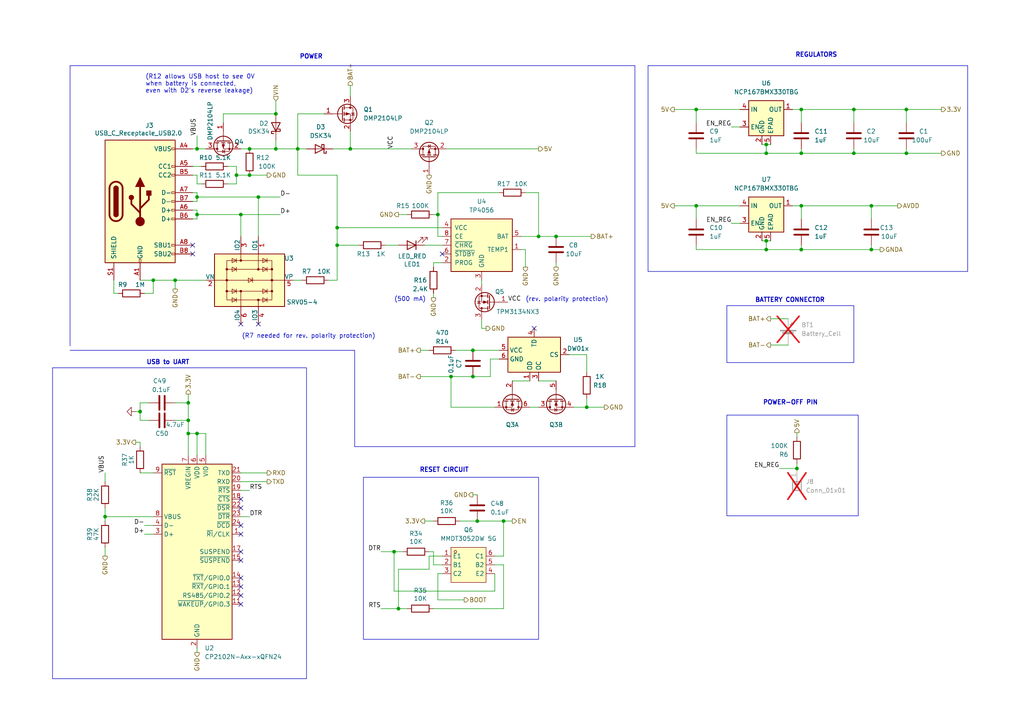
<source format=kicad_sch>
(kicad_sch (version 20250114) (generator "eeschema") (generator_version "9.0")
  (paper "A4")
  (title_block (title "Sonatino - Bluetooth Audio Edition") (date "2025-02-22") (company "Lumination Labs, Inc."))
  (lib_symbols
    (symbol "Connector:USB_C_Receptacle_USB2.0" (pin_names (offset 1.016))
      (property "Reference" "J" (at -10.16 19.05 0))
      (property "Value" "USB_C_Receptacle_USB2.0" (at 19.05 19.05 0))
      (symbol "USB_C_Receptacle_USB2.0_1_1"
        (pin passive line (at -7.62 -22.86 90) (length 5.08) (name "SHIELD") (number "S1"))
        (pin passive line (at 0 -22.86 90) (length 5.08) (name "GND") (number "A1"))
        (pin passive line (at 0 -22.86 90) (length 5.08) (hide yes) (name "GND") (number "A12"))
        (pin passive line (at 0 -22.86 90) (length 5.08) (hide yes) (name "GND") (number "B1"))
        (pin passive line (at 0 -22.86 90) (length 5.08) (hide yes) (name "GND") (number "B12"))
        (pin passive line (at 15.24 15.24 180) (length 5.08) (name "VBUS") (number "A4"))
        (pin passive line (at 15.24 15.24 180) (length 5.08) (hide yes) (name "VBUS") (number "A9"))
        (pin passive line (at 15.24 15.24 180) (length 5.08) (hide yes) (name "VBUS") (number "B4"))
        (pin passive line (at 15.24 15.24 180) (length 5.08) (hide yes) (name "VBUS") (number "B9"))
        (pin bidirectional line (at 15.24 10.16 180) (length 5.08) (name "CC1") (number "A5"))
        (pin bidirectional line (at 15.24 7.62 180) (length 5.08) (name "CC2") (number "B5"))
        (pin bidirectional line (at 15.24 2.54 180) (length 5.08) (name "D-") (number "A7"))
        (pin bidirectional line (at 15.24 0 180) (length 5.08) (name "D-") (number "B7"))
        (pin bidirectional line (at 15.24 -2.54 180) (length 5.08) (name "D+") (number "A6"))
        (pin bidirectional line (at 15.24 -5.08 180) (length 5.08) (name "D+") (number "B6"))
        (pin bidirectional line (at 15.24 -12.7 180) (length 5.08) (name "SBU1") (number "A8"))
        (pin bidirectional line (at 15.24 -15.24 180) (length 5.08) (name "SBU2") (number "B8"))
      )
    )
    (symbol "Connector_Generic:Conn_01x01" (pin_names (offset 1.016) (hide yes))
      (property "Reference" "J" (at 0 2.54 0))
      (property "Value" "Conn_01x01" (at 0 -2.54 0))
      (symbol "Conn_01x01_1_1"
        (pin passive line (at -5.08 0 0) (length 3.81) (name "Pin_1") (number "1"))
      )
    )
    (symbol "Custom:DW01x"
      (property "Reference" "U" (at 7.62 -6.35 0))
      (property "Value" "DW01x" (at 10.16 -8.89 0))
      (symbol "DW01x_1_1"
        (pin power_in line (at -10.16 1.27 0) (length 2.54) (name "VCC") (number "5"))
        (pin power_in line (at -10.16 -1.27 0) (length 2.54) (name "GND") (number "6"))
        (pin input line (at -1.27 -7.62 90) (length 2.54) (name "OD") (number "1"))
        (pin input line (at 0 7.62 270) (length 2.54) (name "TD") (number "4"))
        (pin input line (at 1.27 -7.62 90) (length 2.54) (name "OC") (number "3"))
        (pin input line (at 10.16 0 180) (length 2.54) (name "CS") (number "2"))
      )
    )
    (symbol "Custom:MMDT3052DW5G"
      (property "Reference" "Q" (at 0 7.62 0))
      (property "Value" "MMDT3052DW 5G" (at 0 -7.62 0))
      (symbol "MMDT3052DW5G_1_1"
        (pin passive line (at -7.62 2.54 0) (length 2.54) (name "E1") (number "1"))
        (pin input line (at -7.62 0 0) (length 2.54) (name "B1") (number "2"))
        (pin passive line (at -7.62 -2.54 0) (length 2.54) (name "C2") (number "3"))
        (pin passive line (at 7.62 2.54 180) (length 2.54) (name "C1") (number "6"))
        (pin input line (at 7.62 0 180) (length 2.54) (name "B2") (number "5"))
        (pin passive line (at 7.62 -2.54 180) (length 2.54) (name "E2") (number "4"))
      )
    )
    (symbol "Custom:NCP167BMX330TBG"
      (property "Reference" "U" (at 3.81 -6.35 0))
      (property "Value" "NCP167BMX330TBG" (at 0 6.35 0))
      (symbol "NCP167BMX330TBG_1_1"
        (pin power_in line (at -7.62 2.54 0) (length 2.54) (name "IN") (number "4"))
        (pin input line (at -7.62 -2.54 0) (length 2.54) (name "EN") (number "3"))
        (pin power_in line (at -1.27 -7.62 90) (length 2.54) (name "GND") (number "2"))
        (pin power_in line (at 1.27 -7.62 90) (length 2.54) (name "EPAD") (number "5"))
        (pin power_out line (at 7.62 2.54 180) (length 2.54) (name "OUT") (number "1"))
      )
    )
    (symbol "Custom:TP4056" (pin_names (offset 1.016))
      (property "Reference" "U" (at -7.62 8.89 0))
      (property "Value" "TP4056" (at 10.16 8.89 0))
      (symbol "TP4056_1_1"
        (pin power_in line (at -10.16 5.08 0) (length 2.54) (name "VCC") (number "4"))
        (pin input line (at -10.16 2.54 0) (length 2.54) (name "CE") (number "8"))
        (pin input line (at -10.16 0 0) (length 2.54) (name "~{CHRG}") (number "7"))
        (pin input line (at -10.16 -2.54 0) (length 2.54) (name "~{STDBY}") (number "6"))
        (pin input line (at -10.16 -5.08 0) (length 2.54) (name "PROG") (number "2"))
        (pin power_in line (at 1.27 -10.16 90) (length 2.54) (name "GND") (number "3"))
        (pin power_out line (at 12.7 2.54 180) (length 2.54) (name "BAT") (number "5"))
        (pin input line (at 12.7 -1.27 180) (length 2.54) (name "TEMP1") (number "1"))
      )
    )
    (symbol "Device:Battery_Cell" (pin_numbers (hide yes)) (pin_names (offset 0) (hide yes))
      (property "Reference" "BT1" (at 3.81 3.3021 0))
      (property "Value" "Battery_Cell" (at 3.81 0.7621 0))
      (symbol "Battery_Cell_1_1"
        (pin passive line (at 0 5.08 270) (length 2.54) (name "+") (number "1"))
        (pin passive line (at 0 -2.54 90) (length 2.54) (name "-") (number "2"))
      )
    )
    (symbol "Device:C" (pin_numbers (hide yes)) (pin_names (offset 0.254))
      (property "Reference" "C" (at 0.635 2.54 0))
      (property "Value" "C" (at 0.635 -2.54 0))
      (symbol "C_1_1"
        (pin passive line (at 0 3.81 270) (length 2.794) (name "~") (number "1"))
        (pin passive line (at 0 -3.81 90) (length 2.794) (name "~") (number "2"))
      )
    )
    (symbol "Device:D_Schottky" (pin_numbers (hide yes)) (pin_names (offset 1.016) (hide yes))
      (property "Reference" "D" (at 0 2.54 0))
      (property "Value" "D_Schottky" (at 0 -2.54 0))
      (symbol "D_Schottky_1_1"
        (pin passive line (at -3.81 0 0) (length 2.54) (name "K") (number "1"))
        (pin passive line (at 3.81 0 180) (length 2.54) (name "A") (number "2"))
      )
    )
    (symbol "Device:LED" (pin_numbers (hide yes)) (pin_names (offset 1.016) (hide yes))
      (property "Reference" "D" (at 0 2.54 0))
      (property "Value" "LED" (at 0 -2.54 0))
      (symbol "LED_1_1"
        (pin passive line (at -3.81 0 0) (length 2.54) (name "K") (number "1"))
        (pin passive line (at 3.81 0 180) (length 2.54) (name "A") (number "2"))
      )
    )
    (symbol "Device:Q_Dual_NMOS_S1G1D2S2G2D1" (pin_names (offset 0) (hide yes))
      (property "Reference" "Q" (at 6.35 1.27 0))
      (property "Value" "Q_Dual_NMOS_S1G1D2S2G2D1" (at 19.05 -1.27 0))
      (symbol "Q_Dual_NMOS_S1G1D2S2G2D1_1_1"
        (pin input line (at -5.08 0 0) (length 2.54) (name "G") (number "2"))
        (pin passive line (at 2.54 5.08 270) (length 2.54) (name "D") (number "6"))
        (pin passive line (at 2.54 -5.08 90) (length 2.54) (name "S") (number "1"))
      )
      (symbol "Q_Dual_NMOS_S1G1D2S2G2D1_2_1"
        (pin input line (at -5.08 0 0) (length 2.54) (name "G") (number "5"))
        (pin passive line (at 2.54 5.08 270) (length 2.54) (name "D") (number "3"))
        (pin passive line (at 2.54 -5.08 90) (length 2.54) (name "S") (number "4"))
      )
    )
    (symbol "Device:Q_NMOS_GSD" (pin_names (offset 0) (hide yes))
      (property "Reference" "Q" (at 5.08 1.27 0))
      (property "Value" "Q_NMOS_GSD" (at 5.08 -1.27 0))
      (symbol "Q_NMOS_GSD_1_1"
        (pin input line (at -5.08 0 0) (length 2.54) (name "G") (number "1"))
        (pin passive line (at 2.54 5.08 270) (length 2.54) (name "D") (number "3"))
        (pin passive line (at 2.54 -5.08 90) (length 2.54) (name "S") (number "2"))
      )
    )
    (symbol "Device:Q_PMOS_GSD" (pin_names (offset 0) (hide yes))
      (property "Reference" "Q" (at 5.08 1.27 0))
      (property "Value" "Q_PMOS_GSD" (at 5.08 -1.27 0))
      (symbol "Q_PMOS_GSD_1_1"
        (pin input line (at -5.08 0 0) (length 2.54) (name "G") (number "1"))
        (pin passive line (at 2.54 5.08 270) (length 2.54) (name "D") (number "3"))
        (pin passive line (at 2.54 -5.08 90) (length 2.54) (name "S") (number "2"))
      )
    )
    (symbol "Device:R" (pin_numbers (hide yes)) (pin_names (offset 0))
      (property "Reference" "R" (at 2.032 0 90))
      (property "Value" "R" (at 0 0 90))
      (symbol "R_1_1"
        (pin passive line (at 0 3.81 270) (length 1.27) (name "~") (number "1"))
        (pin passive line (at 0 -3.81 90) (length 1.27) (name "~") (number "2"))
      )
    )
    (symbol "Interface_USB:CP2102N-Axx-xQFN24"
      (property "Reference" "U" (at -8.89 26.67 0))
      (property "Value" "CP2102N-Axx-xQFN24" (at 13.97 26.67 0))
      (symbol "CP2102N-Axx-xQFN24_1_1"
        (pin input line (at -12.7 22.86 0) (length 2.54) (name "~{RST}") (number "9"))
        (pin input line (at -12.7 10.16 0) (length 2.54) (name "VBUS") (number "8"))
        (pin bidirectional line (at -12.7 7.62 0) (length 2.54) (name "D-") (number "4"))
        (pin bidirectional line (at -12.7 5.08 0) (length 2.54) (name "D+") (number "3"))
        (pin no_connect line (at -10.16 -22.86 0) (length 2.54) (hide yes) (name "NC") (number "10"))
        (pin power_in line (at -2.54 27.94 270) (length 2.54) (name "VREGIN") (number "7"))
        (pin power_in line (at 0 27.94 270) (length 2.54) (name "VDD") (number "6"))
        (pin power_in line (at 0 -27.94 90) (length 2.54) (name "GND") (number "2"))
        (pin passive line (at 0 -27.94 90) (length 2.54) (hide yes) (name "GND") (number "25"))
        (pin power_in line (at 2.54 27.94 270) (length 2.54) (name "VIO") (number "5"))
        (pin no_connect line (at 10.16 -22.86 180) (length 2.54) (hide yes) (name "NC") (number "16"))
        (pin output line (at 12.7 22.86 180) (length 2.54) (name "TXD") (number "21"))
        (pin input line (at 12.7 20.32 180) (length 2.54) (name "RXD") (number "20"))
        (pin output line (at 12.7 17.78 180) (length 2.54) (name "~{RTS}") (number "19"))
        (pin input line (at 12.7 15.24 180) (length 2.54) (name "~{CTS}") (number "18"))
        (pin input line (at 12.7 12.7 180) (length 2.54) (name "~{DSR}") (number "22"))
        (pin output line (at 12.7 10.16 180) (length 2.54) (name "~{DTR}") (number "23"))
        (pin input line (at 12.7 7.62 180) (length 2.54) (name "~{DCD}") (number "24"))
        (pin bidirectional line (at 12.7 5.08 180) (length 2.54) (name "~{RI}/CLK") (number "1"))
        (pin output line (at 12.7 0 180) (length 2.54) (name "SUSPEND") (number "17"))
        (pin output line (at 12.7 -2.54 180) (length 2.54) (name "~{SUSPEND}") (number "15"))
        (pin bidirectional line (at 12.7 -7.62 180) (length 2.54) (name "~{TXT}/GPIO.0") (number "14"))
        (pin bidirectional line (at 12.7 -10.16 180) (length 2.54) (name "~{RXT}/GPIO.1") (number "13"))
        (pin bidirectional line (at 12.7 -12.7 180) (length 2.54) (name "RS485/GPIO.2") (number "12"))
        (pin bidirectional line (at 12.7 -15.24 180) (length 2.54) (name "~{WAKEUP}/GPIO.3") (number "11"))
      )
    )
    (symbol "NCP167BMX330TBG_1"
      (property "Reference" "U" (at 3.81 -6.35 0))
      (property "Value" "NCP167BMX330TBG_1" (at 0 6.35 0))
      (symbol "NCP167BMX330TBG_1_1_1"
        (pin power_in line (at -7.62 2.54 0) (length 2.54) (name "IN") (number "4"))
        (pin input line (at -7.62 -2.54 0) (length 2.54) (name "EN") (number "3"))
        (pin power_in line (at -1.27 -7.62 90) (length 2.54) (name "GND") (number "2"))
        (pin power_in line (at 1.27 -7.62 90) (length 2.54) (name "EPAD") (number "5"))
        (pin power_out line (at 7.62 2.54 180) (length 2.54) (name "OUT") (number "1"))
      )
    )
    (symbol "Power_Protection:SRV05-4" (pin_names (offset 0))
      (property "Reference" "U" (at -5.08 11.43 0))
      (property "Value" "SRV05-4" (at 2.54 11.43 0))
      (symbol "SRV05-4_1_1"
        (pin passive line (at -12.7 2.54 0) (length 5.08) (name "IO1") (number "1"))
        (pin passive line (at -12.7 -2.54 0) (length 5.08) (name "IO2") (number "3"))
        (pin passive line (at 0 12.7 270) (length 2.54) (name "VP") (number "5"))
        (pin passive line (at 0 -12.7 90) (length 2.54) (name "VN") (number "2"))
        (pin passive line (at 12.7 2.54 180) (length 5.08) (name "IO3") (number "4"))
        (pin passive line (at 12.7 -2.54 180) (length 5.08) (name "IO4") (number "6"))
      )
    )
    (symbol "power:GND" (power) (pin_names (offset 0))
      (property "Value" "GND" (at 0 -3.81 0))
      (symbol "GND_1_1"
        (pin power_in line (at 0 0 270) (length 0) (hide yes) (name "GND") (number "1"))
      )
    )
  )
  (rectangle (start 210.82 120.396) (end 248.92 149.606))
  (rectangle (start 210.82 88.646) (end 247.65 105.156))
  (rectangle (start 105.41 138.43) (end 156.21 185.42))
  (rectangle (start 187.96 19.05) (end 280.67 78.74))
  (rectangle (start 15.24 106.68) (end 88.9 196.85))
  (text "(rev. polarity protection)" (at 152.4 87.63 0) (effects (font (size 1.27 1.27)) (justify left bottom)))
  (text "RESET CIRCUIT" (at 121.666 137.16 0) (effects (font (size 1.27 1.27) (thickness 0.254) (bold yes)) (justify left bottom)))
  (text "POWER-OFF PIN" (at 221.234 117.602 0) (effects (font (size 1.27 1.27) (thickness 0.254) (bold yes)) (justify left bottom)))
  (text "(500 mA)" (at 114.3 87.63 0) (effects (font (size 1.27 1.27)) (justify left bottom)))
  (text "USB to UART" (at 42.418 105.918 0) (effects (font (size 1.27 1.27) (thickness 0.254) (bold yes)) (justify left bottom)))
  (text "POWER" (at 86.868 17.272 0) (effects (font (size 1.27 1.27) (thickness 0.254) (bold yes)) (justify left bottom)))
  (text "REGULATORS" (at 230.632 16.764 0) (effects (font (size 1.27 1.27) (thickness 0.254) (bold yes)) (justify left bottom)))
  (text "(R7 needed for rev. polarity protection)" (at 70.104 98.298 0) (effects (font (size 1.27 1.27)) (justify left bottom)))
  (text "BATTERY CONNECTOR" (at 218.948 87.884 0) (effects (font (size 1.27 1.27) (thickness 0.254) (bold yes)) (justify left bottom)))
  (text "(R12 allows USB host to see 0V\nwhen battery is connected,\neven with D2's reverse leakage)" (at 42.164 27.178 0) (effects (font (size 1.27 1.27)) (justify left bottom)))
  (junction (at 232.41 72.39))
  (junction (at 69.85 62.23))
  (junction (at 101.6 43.18))
  (junction (at 97.79 66.04))
  (junction (at 40.64 119.38))
  (junction (at 161.29 68.58))
  (junction (at 232.41 31.75))
  (junction (at 57.15 62.23))
  (junction (at 252.73 72.39))
  (junction (at 232.41 44.45))
  (junction (at 72.39 50.8))
  (junction (at 74.93 57.15))
  (junction (at 127 62.23))
  (junction (at 247.65 31.75))
  (junction (at 247.65 44.45))
  (junction (at 252.73 59.69))
  (junction (at 68.58 50.8))
  (junction (at 97.79 71.12))
  (junction (at 137.16 101.6))
  (junction (at 114.3 160.02))
  (junction (at 232.41 59.69))
  (junction (at 201.93 31.75))
  (junction (at 262.89 31.75))
  (junction (at 57.15 57.15))
  (junction (at 137.16 109.22))
  (junction (at 30.48 149.86))
  (junction (at 57.15 125.73))
  (junction (at 156.21 68.58))
  (junction (at 138.43 151.13))
  (junction (at 201.93 59.69))
  (junction (at 222.25 69.85))
  (junction (at 80.01 43.18))
  (junction (at 54.61 116.84))
  (junction (at 130.81 109.22))
  (junction (at 54.61 121.92))
  (junction (at 57.15 43.18))
  (junction (at 222.25 41.91))
  (junction (at 72.39 43.18))
  (junction (at 54.61 125.73))
  (junction (at 231.14 135.89))
  (junction (at 86.36 43.18))
  (junction (at 222.25 44.45))
  (junction (at 115.57 176.53))
  (junction (at 80.01 33.02))
  (junction (at 50.8 81.28))
  (junction (at 222.25 72.39))
  (junction (at 170.18 118.11))
  (junction (at 44.45 81.28))
  (junction (at 146.05 151.13))
  (junction (at 262.89 44.45))
  (no_connect (at 69.85 162.56))
  (no_connect (at 69.85 172.72))
  (no_connect (at 128.27 73.66))
  (no_connect (at 69.85 152.4))
  (no_connect (at 55.88 73.66))
  (no_connect (at 69.85 147.32))
  (no_connect (at 74.93 93.98))
  (no_connect (at 69.85 93.98))
  (no_connect (at 69.85 154.94))
  (no_connect (at 69.85 175.26))
  (no_connect (at 55.88 71.12))
  (no_connect (at 69.85 167.64))
  (no_connect (at 69.85 144.78))
  (no_connect (at 154.94 95.25))
  (no_connect (at 69.85 170.18))
  (no_connect (at 69.85 160.02))
  (wire (pts (xy 41.91 152.4) (xy 44.45 152.4)))
  (wire (pts (xy 97.79 50.8) (xy 86.36 50.8)))
  (wire (pts (xy 170.18 118.11) (xy 166.37 118.11)))
  (wire (pts (xy 96.52 43.18) (xy 101.6 43.18)))
  (wire (pts (xy 97.79 66.04) (xy 128.27 66.04)))
  (wire (pts (xy 57.15 62.23) (xy 69.85 62.23)))
  (wire (pts (xy 132.08 101.6) (xy 137.16 101.6)))
  (wire (pts (xy 86.36 33.02) (xy 86.36 43.18)))
  (wire (pts (xy 262.89 31.75) (xy 273.05 31.75)))
  (wire (pts (xy 130.81 118.11) (xy 143.51 118.11)))
  (wire (pts (xy 114.3 171.45) (xy 143.51 171.45)))
  (wire (pts (xy 146.05 151.13) (xy 148.59 151.13)))
  (wire (pts (xy 69.85 139.7) (xy 77.47 139.7)))
  (wire (pts (xy 129.54 43.18) (xy 156.21 43.18)))
  (wire (pts (xy 151.13 68.58) (xy 156.21 68.58)))
  (wire (pts (xy 59.69 132.08) (xy 59.69 125.73)))
  (wire (pts (xy 57.15 53.34) (xy 58.42 53.34)))
  (wire (pts (xy 30.48 158.75) (xy 30.48 161.29)))
  (wire (pts (xy 232.41 43.18) (xy 232.41 44.45)))
  (wire (pts (xy 146.05 161.29) (xy 143.51 161.29)))
  (wire (pts (xy 40.64 119.38) (xy 39.37 119.38)))
  (wire (pts (xy 262.89 44.45) (xy 273.05 44.45)))
  (polyline (pts (xy 20.32 100.33) (xy 20.32 19.05)))
  (wire (pts (xy 252.73 71.12) (xy 252.73 72.39)))
  (wire (pts (xy 57.15 57.15) (xy 57.15 58.42)))
  (wire (pts (xy 127 55.88) (xy 144.78 55.88)))
  (wire (pts (xy 57.15 125.73) (xy 57.15 132.08)))
  (wire (pts (xy 138.43 151.13) (xy 146.05 151.13)))
  (wire (pts (xy 127 68.58) (xy 127 62.23)))
  (wire (pts (xy 33.02 85.09) (xy 34.29 85.09)))
  (wire (pts (xy 40.64 137.16) (xy 44.45 137.16)))
  (wire (pts (xy 115.57 62.23) (xy 118.11 62.23)))
  (wire (pts (xy 201.93 72.39) (xy 222.25 72.39)))
  (wire (pts (xy 95.25 81.28) (xy 97.79 81.28)))
  (wire (pts (xy 201.93 71.12) (xy 201.93 72.39)))
  (polyline (pts (xy 102.87 129.54) (xy 102.87 101.6)))
  (wire (pts (xy 195.58 59.69) (xy 201.93 59.69)))
  (wire (pts (xy 50.8 81.28) (xy 59.69 81.28)))
  (wire (pts (xy 143.51 171.45) (xy 143.51 166.37)))
  (wire (pts (xy 114.3 160.02) (xy 116.84 160.02)))
  (wire (pts (xy 123.19 151.13) (xy 125.73 151.13)))
  (wire (pts (xy 232.41 44.45) (xy 247.65 44.45)))
  (wire (pts (xy 139.7 82.55) (xy 139.7 81.28)))
  (wire (pts (xy 55.88 60.96) (xy 57.15 60.96)))
  (wire (pts (xy 110.49 160.02) (xy 114.3 160.02)))
  (wire (pts (xy 262.89 31.75) (xy 262.89 35.56)))
  (wire (pts (xy 115.57 176.53) (xy 118.11 176.53)))
  (polyline (pts (xy 184.15 129.54) (xy 102.87 129.54)))
  (wire (pts (xy 44.45 85.09) (xy 44.45 81.28)))
  (wire (pts (xy 97.79 66.04) (xy 97.79 71.12)))
  (wire (pts (xy 223.52 100.076) (xy 228.6 100.076)))
  (wire (pts (xy 58.42 48.26) (xy 55.88 48.26)))
  (wire (pts (xy 153.67 118.11) (xy 156.21 118.11)))
  (wire (pts (xy 222.25 72.39) (xy 232.41 72.39)))
  (wire (pts (xy 247.65 31.75) (xy 262.89 31.75)))
  (wire (pts (xy 247.65 44.45) (xy 262.89 44.45)))
  (wire (pts (xy 252.73 59.69) (xy 252.73 63.5)))
  (wire (pts (xy 74.93 57.15) (xy 81.28 57.15)))
  (wire (pts (xy 130.81 109.22) (xy 137.16 109.22)))
  (wire (pts (xy 69.85 43.18) (xy 72.39 43.18)))
  (wire (pts (xy 247.65 43.18) (xy 247.65 44.45)))
  (wire (pts (xy 231.14 135.89) (xy 231.14 134.366)))
  (wire (pts (xy 97.79 71.12) (xy 104.14 71.12)))
  (wire (pts (xy 124.46 160.02) (xy 125.73 160.02)))
  (wire (pts (xy 59.69 125.73) (xy 57.15 125.73)))
  (wire (pts (xy 69.85 137.16) (xy 77.47 137.16)))
  (wire (pts (xy 124.46 161.29) (xy 124.46 165.1)))
  (wire (pts (xy 54.61 125.73) (xy 57.15 125.73)))
  (wire (pts (xy 40.64 121.92) (xy 40.64 119.38)))
  (wire (pts (xy 69.85 142.24) (xy 72.39 142.24)))
  (wire (pts (xy 201.93 31.75) (xy 201.93 35.56)))
  (wire (pts (xy 57.15 55.88) (xy 57.15 57.15)))
  (wire (pts (xy 127 173.99) (xy 134.62 173.99)))
  (wire (pts (xy 152.4 72.39) (xy 152.4 77.47)))
  (wire (pts (xy 86.36 43.18) (xy 88.9 43.18)))
  (wire (pts (xy 128.27 76.2) (xy 125.73 76.2)))
  (wire (pts (xy 121.92 109.22) (xy 130.81 109.22)))
  (wire (pts (xy 223.52 92.456) (xy 228.6 92.456)))
  (wire (pts (xy 226.06 135.89) (xy 231.14 135.89)))
  (wire (pts (xy 127 166.37) (xy 127 173.99)))
  (wire (pts (xy 222.25 69.85) (xy 223.52 69.85)))
  (wire (pts (xy 137.16 101.6) (xy 144.78 101.6)))
  (wire (pts (xy 137.16 143.51) (xy 138.43 143.51)))
  (wire (pts (xy 57.15 39.37) (xy 57.15 43.18)))
  (polyline (pts (xy 20.32 19.05) (xy 22.86 19.05)))
  (wire (pts (xy 64.77 33.02) (xy 64.77 35.56)))
  (wire (pts (xy 175.26 118.11) (xy 170.18 118.11)))
  (wire (pts (xy 156.21 55.88) (xy 156.21 68.58)))
  (wire (pts (xy 30.48 149.86) (xy 30.48 151.13)))
  (wire (pts (xy 229.87 31.75) (xy 232.41 31.75)))
  (wire (pts (xy 64.77 33.02) (xy 80.01 33.02)))
  (wire (pts (xy 124.46 165.1) (xy 115.57 165.1)))
  (wire (pts (xy 222.25 44.45) (xy 232.41 44.45)))
  (wire (pts (xy 130.81 109.22) (xy 130.81 118.11)))
  (wire (pts (xy 114.3 160.02) (xy 114.3 171.45)))
  (wire (pts (xy 123.19 71.12) (xy 128.27 71.12)))
  (wire (pts (xy 80.01 43.18) (xy 86.36 43.18)))
  (wire (pts (xy 220.98 41.91) (xy 222.25 41.91)))
  (wire (pts (xy 39.37 128.27) (xy 40.64 128.27)))
  (wire (pts (xy 142.24 109.22) (xy 142.24 104.14)))
  (wire (pts (xy 30.48 137.16) (xy 30.48 139.7)))
  (wire (pts (xy 232.41 59.69) (xy 232.41 63.5)))
  (wire (pts (xy 127 62.23) (xy 127 55.88)))
  (wire (pts (xy 72.39 43.18) (xy 80.01 43.18)))
  (wire (pts (xy 54.61 116.84) (xy 50.8 116.84)))
  (wire (pts (xy 115.57 165.1) (xy 115.57 176.53)))
  (wire (pts (xy 229.87 59.69) (xy 232.41 59.69)))
  (wire (pts (xy 54.61 114.3) (xy 54.61 116.84)))
  (wire (pts (xy 222.25 41.91) (xy 223.52 41.91)))
  (wire (pts (xy 170.18 102.87) (xy 170.18 107.95)))
  (wire (pts (xy 54.61 116.84) (xy 54.61 121.92)))
  (wire (pts (xy 101.6 38.1) (xy 101.6 43.18)))
  (wire (pts (xy 101.6 43.18) (xy 119.38 43.18)))
  (wire (pts (xy 146.05 151.13) (xy 146.05 161.29)))
  (wire (pts (xy 101.6 24.765) (xy 101.6 27.94)))
  (wire (pts (xy 139.7 95.25) (xy 140.97 95.25)))
  (wire (pts (xy 139.7 92.71) (xy 139.7 95.25)))
  (polyline (pts (xy 184.15 19.05) (xy 184.15 129.54)))
  (wire (pts (xy 125.73 62.23) (xy 127 62.23)))
  (wire (pts (xy 161.29 68.58) (xy 171.45 68.58)))
  (wire (pts (xy 125.73 85.09) (xy 125.73 86.36)))
  (wire (pts (xy 161.29 76.2) (xy 161.29 77.47)))
  (wire (pts (xy 50.8 81.28) (xy 50.8 83.82)))
  (wire (pts (xy 137.16 109.22) (xy 142.24 109.22)))
  (wire (pts (xy 214.63 64.77) (xy 212.09 64.77)))
  (wire (pts (xy 85.09 81.28) (xy 87.63 81.28)))
  (wire (pts (xy 43.18 121.92) (xy 40.64 121.92)))
  (wire (pts (xy 57.15 43.18) (xy 59.69 43.18)))
  (wire (pts (xy 68.58 50.8) (xy 68.58 53.34)))
  (wire (pts (xy 44.45 81.28) (xy 50.8 81.28)))
  (wire (pts (xy 72.39 50.8) (xy 77.47 50.8)))
  (wire (pts (xy 232.41 72.39) (xy 252.73 72.39)))
  (wire (pts (xy 55.88 43.18) (xy 57.15 43.18)))
  (wire (pts (xy 143.51 163.83) (xy 146.05 163.83)))
  (wire (pts (xy 40.64 81.28) (xy 44.45 81.28)))
  (wire (pts (xy 201.93 59.69) (xy 214.63 59.69)))
  (wire (pts (xy 252.73 59.69) (xy 260.35 59.69)))
  (wire (pts (xy 111.76 71.12) (xy 115.57 71.12)))
  (wire (pts (xy 151.13 72.39) (xy 152.4 72.39)))
  (wire (pts (xy 68.58 53.34) (xy 66.04 53.34)))
  (polyline (pts (xy 102.87 101.6) (xy 20.32 101.6)))
  (wire (pts (xy 33.02 81.28) (xy 33.02 85.09)))
  (wire (pts (xy 55.88 55.88) (xy 57.15 55.88)))
  (wire (pts (xy 57.15 62.23) (xy 57.15 63.5)))
  (wire (pts (xy 30.48 147.32) (xy 30.48 149.86)))
  (wire (pts (xy 54.61 125.73) (xy 54.61 132.08)))
  (wire (pts (xy 232.41 31.75) (xy 247.65 31.75)))
  (wire (pts (xy 97.79 81.28) (xy 97.79 71.12)))
  (wire (pts (xy 142.24 104.14) (xy 144.78 104.14)))
  (wire (pts (xy 57.15 63.5) (xy 55.88 63.5)))
  (wire (pts (xy 125.73 76.2) (xy 125.73 77.47)))
  (wire (pts (xy 93.98 33.02) (xy 86.36 33.02)))
  (wire (pts (xy 97.79 50.8) (xy 97.79 66.04)))
  (wire (pts (xy 40.64 116.84) (xy 43.18 116.84)))
  (wire (pts (xy 201.93 59.69) (xy 201.93 63.5)))
  (wire (pts (xy 57.15 60.96) (xy 57.15 62.23)))
  (wire (pts (xy 125.73 160.02) (xy 125.73 163.83)))
  (wire (pts (xy 125.73 163.83) (xy 128.27 163.83)))
  (wire (pts (xy 133.35 151.13) (xy 138.43 151.13)))
  (wire (pts (xy 165.1 102.87) (xy 170.18 102.87)))
  (wire (pts (xy 152.4 55.88) (xy 156.21 55.88)))
  (wire (pts (xy 231.14 125.476) (xy 231.14 126.746)))
  (polyline (pts (xy 22.86 19.05) (xy 184.15 19.05)))
  (wire (pts (xy 74.93 57.15) (xy 74.93 68.58)))
  (wire (pts (xy 69.85 149.86) (xy 72.39 149.86)))
  (wire (pts (xy 30.48 149.86) (xy 44.45 149.86)))
  (wire (pts (xy 148.59 110.49) (xy 153.67 110.49)))
  (wire (pts (xy 232.41 31.75) (xy 232.41 35.56)))
  (wire (pts (xy 125.73 176.53) (xy 146.05 176.53)))
  (wire (pts (xy 69.85 62.23) (xy 81.28 62.23)))
  (wire (pts (xy 156.21 68.58) (xy 161.29 68.58)))
  (wire (pts (xy 128.27 166.37) (xy 127 166.37)))
  (wire (pts (xy 156.21 110.49) (xy 161.29 110.49)))
  (wire (pts (xy 40.64 119.38) (xy 40.64 116.84)))
  (wire (pts (xy 66.04 48.26) (xy 68.58 48.26)))
  (wire (pts (xy 54.61 121.92) (xy 54.61 125.73)))
  (wire (pts (xy 201.93 31.75) (xy 214.63 31.75)))
  (wire (pts (xy 57.15 50.8) (xy 57.15 53.34)))
  (wire (pts (xy 222.25 41.91) (xy 222.25 44.45)))
  (wire (pts (xy 68.58 48.26) (xy 68.58 50.8)))
  (wire (pts (xy 57.15 57.15) (xy 74.93 57.15)))
  (wire (pts (xy 69.85 62.23) (xy 69.85 68.58)))
  (wire (pts (xy 170.18 115.57) (xy 170.18 118.11)))
  (wire (pts (xy 222.25 69.85) (xy 222.25 72.39)))
  (wire (pts (xy 232.41 71.12) (xy 232.41 72.39)))
  (wire (pts (xy 252.73 72.39) (xy 255.27 72.39)))
  (wire (pts (xy 247.65 31.75) (xy 247.65 35.56)))
  (wire (pts (xy 57.15 58.42) (xy 55.88 58.42)))
  (wire (pts (xy 195.58 31.75) (xy 201.93 31.75)))
  (wire (pts (xy 146.05 163.83) (xy 146.05 176.53)))
  (wire (pts (xy 41.91 154.94) (xy 44.45 154.94)))
  (wire (pts (xy 128.27 161.29) (xy 124.46 161.29)))
  (wire (pts (xy 55.88 50.8) (xy 57.15 50.8)))
  (wire (pts (xy 128.27 68.58) (xy 127 68.58)))
  (wire (pts (xy 80.01 29.21) (xy 80.01 33.02)))
  (wire (pts (xy 41.91 85.09) (xy 44.45 85.09)))
  (wire (pts (xy 214.63 36.83) (xy 212.09 36.83)))
  (wire (pts (xy 220.98 69.85) (xy 222.25 69.85)))
  (wire (pts (xy 68.58 50.8) (xy 72.39 50.8)))
  (wire (pts (xy 110.49 176.53) (xy 115.57 176.53)))
  (wire (pts (xy 54.61 121.92) (xy 50.8 121.92)))
  (wire (pts (xy 57.15 187.96) (xy 57.15 189.23)))
  (wire (pts (xy 86.36 50.8) (xy 86.36 43.18)))
  (wire (pts (xy 80.01 40.64) (xy 80.01 43.18)))
  (wire (pts (xy 232.41 59.69) (xy 252.73 59.69)))
  (wire (pts (xy 40.64 128.27) (xy 40.64 129.54)))
  (wire (pts (xy 201.93 44.45) (xy 222.25 44.45)))
  (wire (pts (xy 262.89 43.18) (xy 262.89 44.45)))
  (wire (pts (xy 121.92 101.6) (xy 124.46 101.6)))
  (wire (pts (xy 201.93 43.18) (xy 201.93 44.45)))
  (label "VBUS" (at 57.15 39.37 90))
  (label "D-" (at 81.28 57.15 0))
  (label "RTS" (at 110.49 176.53 180))
  (label "EN_REG" (at 212.1654 64.77 180))
  (label "VCC" (at 147.32 87.63 0))
  (label "D-" (at 41.91 152.4 180))
  (label "D+" (at 81.28 62.23 0))
  (label "VCC" (at 114.3 43.18 90))
  (label "D+" (at 41.91 154.94 180))
  (label "DTR" (at 110.49 160.02 180))
  (label "DTR" (at 72.39 149.86 0))
  (label "VBUS" (at 30.48 137.16 90))
  (label "RTS" (at 72.39 142.24 0))
  (label "EN_REG" (at 226.06 135.89 180))
  (label "EN_REG" (at 212.09 36.83 180))
  (hierarchical_label "BAT-" (shape output) (at 121.92 109.22 180))
  (hierarchical_label "BAT+" (shape output) (at 171.45 68.58 0))
  (hierarchical_label "GND" (shape output) (at 57.15 189.23 270))
  (hierarchical_label "5V" (shape output) (at 231.14 125.476 90))
  (hierarchical_label "BOOT" (shape output) (at 134.62 173.99 0))
  (hierarchical_label "GND" (shape output) (at 77.47 50.8 0))
  (hierarchical_label "GND" (shape output) (at 140.97 95.25 0))
  (hierarchical_label "GND" (shape output) (at 175.26 118.11 0))
  (hierarchical_label "BAT+" (shape output) (at 101.6 24.765 90))
  (hierarchical_label "BAT+" (shape output) (at 223.52 92.456 180))
  (hierarchical_label "GND" (shape output) (at 50.8 83.82 270))
  (hierarchical_label "TXD" (shape output) (at 77.47 139.7 0))
  (hierarchical_label "GND" (shape output) (at 137.16 143.51 180))
  (hierarchical_label "5V" (shape output) (at 195.58 31.75 180))
  (hierarchical_label "RXD" (shape output) (at 77.47 137.16 0))
  (hierarchical_label "3.3V" (shape output) (at 123.19 151.13 180))
  (hierarchical_label "GND" (shape output) (at 30.48 161.29 270))
  (hierarchical_label "GND" (shape output) (at 115.57 62.23 180))
  (hierarchical_label "VIN" (shape input) (at 80.01 29.21 90))
  (hierarchical_label "BAT+" (shape output) (at 121.92 101.6 180))
  (hierarchical_label "GND" (shape output) (at 124.46 50.8 270))
  (hierarchical_label "3.3V" (shape output) (at 54.61 114.3 90))
  (hierarchical_label "GND" (shape output) (at 152.4 77.47 270))
  (hierarchical_label "EN" (shape output) (at 148.59 151.13 0))
  (hierarchical_label "3.3V" (shape output) (at 273.05 31.75 0))
  (hierarchical_label "GND" (shape output) (at 161.29 77.47 270))
  (hierarchical_label "GNDA" (shape output) (at 255.27 72.39 0))
  (hierarchical_label "5V" (shape output) (at 156.21 43.18 0))
  (hierarchical_label "GND" (shape output) (at 273.05 44.45 0))
  (hierarchical_label "GND" (shape output) (at 125.73 86.36 270))
  (hierarchical_label "5V" (shape output) (at 195.58 59.69 180))
  (hierarchical_label "3.3V" (shape output) (at 39.37 128.27 180))
  (hierarchical_label "BAT-" (shape output) (at 223.52 100.076 180))
  (hierarchical_label "AVDD" (shape output) (at 260.35 59.69 0))
  (symbol (lib_id "Device:C") (at 161.29 72.39 180) (unit 1)
    (property "Reference" "C8" (at 167.64 71.12 0) (effects (justify left)))
    (property "Value" "10uF" (at 168.91 73.66 0) (effects (justify left)))
    (property "Footprint" "Capacitor_SMD:C_0402_1005Metric" (effects (hide yes)))
    (property "LCSC" "C15525" (effects (hide yes)))
  )
  (symbol (lib_id "Device:R") (at 107.95 71.12 90) (unit 1)
    (property "Reference" "R13" (at 105.41 73.66 90))
    (property "Value" "1K" (at 110.49 73.66 90))
    (property "Footprint" "Resistor_SMD:R_0402_1005Metric" (effects (hide yes)))
    (property "LCSC" "C11702" (effects (hide yes)))
  )
  (symbol (lib_id "Device:R") (at 40.64 133.35 180) (unit 1)
    (property "Reference" "R37" (at 36.195 133.35 90))
    (property "Value" "1K" (at 38.1 133.35 90))
    (property "Footprint" "Resistor_SMD:R_0402_1005Metric" (effects (hide yes)))
    (property "LCSC" "C11702" (effects (hide yes)))
  )
  (symbol (lib_id "Device:C") (at 201.93 67.31 0) (unit 1)
    (property "Reference" "C10" (at 205.74 66.04 0) (effects (justify left)))
    (property "Value" "1uF" (at 205.74 68.58 0) (effects (justify left)))
    (property "Footprint" "Capacitor_SMD:C_0402_1005Metric" (effects (hide yes)))
    (property "LCSC" "C52923" (effects (hide yes)))
  )
  (symbol (lib_id "Device:R") (at 231.14 130.556 0) (unit 1)
    (property "Reference" "R6" (at 227.33 131.826 0))
    (property "Value" "100K" (at 226.06 129.286 0))
    (property "Footprint" "Resistor_SMD:R_0402_1005Metric" (effects (hide yes)))
    (property "LCSC" "C25741" (effects (hide yes)))
  )
  (symbol (lib_id "Device:C") (at 46.99 121.92 270) (unit 1)
    (property "Reference" "C50" (at 46.99 125.73 90))
    (property "Value" "4.7uF" (at 50.8 123.19 90))
    (property "Footprint" "Capacitor_SMD:C_0402_1005Metric" (effects (hide yes)))
    (property "LCSC" "C23733" (effects (hide yes)))
  )
  (symbol (lib_id "Interface_USB:CP2102N-Axx-xQFN24") (at 57.15 160.02 0) (unit 1)
    (property "Reference" "U2" (at 59.3441 187.96 0) (effects (justify left)))
    (property "Value" "CP2102N-Axx-xQFN24" (at 59.3441 190.5 0) (effects (justify left)))
    (property "Footprint" "Package_DFN_QFN:QFN-24-1EP_4x4mm_P0.5mm_EP2.6x2.6mm" (effects (hide yes)))
    (property "Datasheet" "https://www.silabs.com/documents/public/data-sheets/cp2102n-datasheet.pdf" (effects (hide yes)))
    (property "LCSC" "C969151" (effects (hide yes)))
    (property "JLCPCB Rotation Offset" "270" (effects (hide yes)))
  )
  (symbol (lib_id "Device:R") (at 121.92 176.53 270) (unit 1)
    (property "Reference" "R35" (at 121.92 171.2722 90))
    (property "Value" "10K" (at 121.92 173.5836 90))
    (property "Footprint" "Resistor_SMD:R_0402_1005Metric" (effects (hide yes)))
    (property "LCSC" "C25744" (effects (hide yes)))
  )
  (symbol (lib_id "Device:Q_PMOS_GSD") (at 99.06 33.02 0) (unit 1)
    (property "Reference" "Q1" (at 105.41 31.7499 0) (effects (justify left)))
    (property "Value" "DMP2104LP" (at 105.41 34.2899 0) (effects (justify left)))
    (property "Footprint" "CustomLibrary:Diodes_DFN1411-3" (effects (hide yes)))
    (property "LCSC" "C260933" (effects (hide yes)))
    (property "JLCPCB Rotation Offset" "180" (effects (hide yes)))
  )
  (symbol (lib_id "Power_Protection:SRV05-4") (at 72.39 81.28 270) (unit 1)
    (property "Reference" "U3" (at 83.82 74.93 90))
    (property "Value" "SRV05-4" (at 87.63 87.63 90))
    (property "Footprint" "Package_TO_SOT_SMD:SOT-23-6" (effects (hide yes)))
    (property "Datasheet" "http://www.onsemi.com/pub/Collateral/SRV05-4-D.PDF" (effects (hide yes)))
    (property "LCSC" "C85364" (effects (hide yes)))
  )
  (symbol (lib_id "Device:C") (at 46.99 116.84 90) (unit 1)
    (property "Reference" "C49" (at 48.26 110.49 90) (effects (justify left)))
    (property "Value" "0.1uF" (at 49.53 113.03 90) (effects (justify left)))
    (property "Footprint" "Capacitor_SMD:C_0402_1005Metric" (effects (hide yes)))
    (property "LCSC" "C307331" (effects (hide yes)))
  )
  (symbol (lib_id "Device:C") (at 262.89 39.37 180) (unit 1)
    (property "Reference" "C1" (at 269.24 38.1 0) (effects (justify left)))
    (property "Value" "100uF" (at 270.51 40.64 0) (effects (justify left)))
    (property "Footprint" "Capacitor_SMD:C_1206_3216Metric" (effects (hide yes)))
    (property "LCSC" "C15008" (effects (hide yes)))
  )
  (symbol (lib_id "Device:Q_NMOS_GSD") (at 142.24 87.63 180) (unit 1)
    (property "Reference" "Q5" (at 146.304 84.6161 0) (effects (justify left)))
    (property "Value" "TPM3134NX3" (at 156.464 90.424 0) (effects (justify left)))
    (property "Footprint" "Package_TO_SOT_SMD:SOT-723" (effects (hide yes)))
    (property "Datasheet" "https://datasheet.lcsc.com/lcsc/2108131930_TECH-PUBLIC-TPM3134NX3_C558450.pdf" (effects (hide yes)))
    (property "LCSC" "C558450" (effects (hide yes)))
    (property "JLCPCB Rotation Offset" "180" (effects (hide yes)))
  )
  (symbol (lib_id "Device:D_Schottky") (at 92.71 43.18 180) (unit 1)
    (property "Reference" "D3" (at 93.0275 36.83 0))
    (property "Value" "DSK34" (at 93.0275 39.37 0))
    (property "Footprint" "Custom:SOD-123FL" (effects (hide yes)))
    (property "Datasheet" "https://datasheet.lcsc.com/lcsc/2308231032_MDD-Microdiode-Electronics--DSK34_C41029.pdf" (effects (hide yes)))
    (property "LCSC" "C41029" (effects (hide yes)))
  )
  (symbol (lib_id "Device:R") (at 62.23 53.34 270) (unit 1)
    (property "Reference" "R11" (at 59.69 50.8 90))
    (property "Value" "5.1K" (at 64.77 50.8 90))
    (property "Footprint" "Resistor_SMD:R_0402_1005Metric" (effects (hide yes)))
    (property "LCSC" "C25905" (effects (hide yes)))
  )
  (symbol (lib_id "Device:Q_PMOS_GSD") (at 124.46 45.72 90) (unit 1)
    (property "Reference" "Q2" (at 124.46 35.56 90))
    (property "Value" "DMP2104LP" (at 124.46 38.1 90))
    (property "Footprint" "CustomLibrary:Diodes_DFN1411-3" (effects (hide yes)))
    (property "LCSC" "C260933" (effects (hide yes)))
    (property "JLCPCB Rotation Offset" "180" (effects (hide yes)))
  )
  (symbol (lib_id "Custom:MMDT3052DW5G") (at 135.89 163.83 0) (unit 1)
    (property "Reference" "Q6" (at 135.89 153.67 0))
    (property "Value" "MMDT3052DW 5G" (at 135.89 156.21 0))
    (property "Footprint" "Package_TO_SOT_SMD:SOT-363_SC-70-6" (effects (hide yes)))
    (property "Datasheet" "https://datasheet.lcsc.com/lcsc/2201121400_CBI-MMDT3052DW_C2928254.pdf" (effects (hide yes)))
    (property "LCSC" "C2928254" (effects (hide yes)))
  )
  (symbol (lib_id "Device:C") (at 247.65 39.37 180) (unit 1)
    (property "Reference" "C2" (at 254 38.1 0) (effects (justify left)))
    (property "Value" "10uF" (at 255.27 40.64 0) (effects (justify left)))
    (property "Footprint" "Capacitor_SMD:C_0603_1608Metric" (effects (hide yes)))
    (property "LCSC" "C19702" (effects (hide yes)))
  )
  (symbol (lib_id "Device:R") (at 72.39 46.99 180) (unit 1)
    (property "Reference" "R12" (at 76.2 45.72 0))
    (property "Value" "100K" (at 77.47 48.26 0))
    (property "Footprint" "Resistor_SMD:R_0402_1005Metric" (effects (hide yes)))
    (property "LCSC" "C25741" (effects (hide yes)))
  )
  (symbol (lib_id "Device:R") (at 148.59 55.88 270) (unit 1)
    (property "Reference" "R17" (at 146.05 53.34 90))
    (property "Value" "10K" (at 151.13 53.34 90))
    (property "Footprint" "Resistor_SMD:R_0402_1005Metric" (effects (hide yes)))
    (property "LCSC" "C25744" (effects (hide yes)))
  )
  (symbol (lib_id "Device:R") (at 30.48 143.51 180) (unit 1)
    (property "Reference" "R38" (at 26.035 143.51 90))
    (property "Value" "22K" (at 27.94 143.51 90))
    (property "Footprint" "Resistor_SMD:R_0402_1005Metric" (effects (hide yes)))
    (property "LCSC" "C25768" (effects (hide yes)))
  )
  (symbol (lib_id "Device:C") (at 232.41 39.37 0) (unit 1)
    (property "Reference" "C11" (at 236.22 38.1 0) (effects (justify left)))
    (property "Value" "1uF" (at 236.22 40.64 0) (effects (justify left)))
    (property "Footprint" "Capacitor_SMD:C_0402_1005Metric" (effects (hide yes)))
    (property "LCSC" "C52923" (effects (hide yes)))
  )
  (symbol (lib_id "Device:C") (at 137.16 105.41 180) (unit 1)
    (property "Reference" "C7" (at 133.1214 104.14 90) (effects (justify left)))
    (property "Value" "0.1uF" (at 130.81 102.87 90) (effects (justify left)))
    (property "Footprint" "Capacitor_SMD:C_0402_1005Metric" (effects (hide yes)))
    (property "LCSC" "C307331" (effects (hide yes)))
  )
  (symbol (lib_id "Custom:DW01x") (at 154.94 102.87 0) (unit 1)
    (property "Reference" "U5" (at 167.64 98.5393 0))
    (property "Value" "DW01x" (at 167.64 101.0793 0))
    (property "Footprint" "Package_TO_SOT_SMD:SOT-23-6" (effects (hide yes)))
    (property "Datasheet" "https://wmsc.lcsc.com/wmsc/upload/file/pdf/v2/lcsc/1912111437_PUOLOP-DW01A_C351410.pdf" (effects (hide yes)))
    (property "LCSC" "C351410" (effects (hide yes)))
    (property "JLCPCB Rotation Offset" "90" (effects (hide yes)))
  )
  (symbol (lib_id "Custom:NCP167BMX330TBG") (at 222.25 34.29 0) (unit 1)
    (property "Reference" "U6" (at 222.25 24.13 0))
    (property "Value" "NCP167BMX330TBG" (at 222.25 26.67 0))
    (property "Footprint" "CustomLibrary:OnSemi_XDFN4-1EP_1.0x1.0mm_EP0.52x0.52mm-FIXED" (effects (hide yes)))
    (property "Datasheet" "https://www.mouser.com/datasheet/2/308/NCP167_D-1522653.pdf" (effects (hide yes)))
    (property "LCSC" "C892227" (effects (hide yes)))
    (property "JLCPCB Rotation Offset" "180" (effects (hide yes)))
  )
  (symbol (lib_id "Device:C") (at 201.93 39.37 0) (unit 1)
    (property "Reference" "C9" (at 205.74 38.1 0) (effects (justify left)))
    (property "Value" "1uF" (at 205.74 40.64 0) (effects (justify left)))
    (property "Footprint" "Capacitor_SMD:C_0402_1005Metric" (effects (hide yes)))
    (property "LCSC" "C52923" (effects (hide yes)))
  )
  (symbol (lib_id "Connector_Generic:Conn_01x01") (at 231.14 140.97 270) (unit 1) (dnp yes)
    (property "Reference" "J8" (at 233.68 139.7 90) (effects (justify left)))
    (property "Value" "Conn_01x01" (at 233.68 142.24 90) (effects (justify left)))
    (property "Footprint" "Connector_PinHeader_2.54mm:PinHeader_1x01_P2.54mm_Vertical" (effects (hide yes)))
    (property "LCSC" "0" (effects (hide yes)))
  )
  (symbol (lib_id "Device:R") (at 129.54 151.13 270) (unit 1)
    (property "Reference" "R36" (at 129.54 145.8722 90))
    (property "Value" "10K" (at 129.54 148.1836 90))
    (property "Footprint" "Resistor_SMD:R_0402_1005Metric" (effects (hide yes)))
    (property "LCSC" "C25744" (effects (hide yes)))
  )
  (symbol (lib_id "Device:Battery_Cell") (at 228.6 97.536 0) (unit 1) (in_bom no) (dnp yes)
    (property "Reference" "BT1" (at 232.41 94.2339 0) (effects (justify left)))
    (property "Value" "Battery_Cell" (at 232.41 96.7739 0) (effects (justify left)))
    (property "Footprint" "Connector_JST:JST_PH_S2B-PH-SM4-TB_1x02-1MP_P2.00mm_Horizontal" (effects (hide yes)))
    (property "LCSC" "0" (effects (hide yes)))
  )
  (symbol (lib_id "Device:C") (at 232.41 67.31 0) (unit 1)
    (property "Reference" "C12" (at 236.22 66.04 0) (effects (justify left)))
    (property "Value" "1uF" (at 236.22 68.58 0) (effects (justify left)))
    (property "Footprint" "Capacitor_SMD:C_0402_1005Metric" (effects (hide yes)))
    (property "LCSC" "C52923" (effects (hide yes)))
  )
  (symbol (lib_id "Device:C") (at 252.73 67.31 180) (unit 1)
    (property "Reference" "C13" (at 259.08 66.04 0) (effects (justify left)))
    (property "Value" "10uF" (at 260.35 68.58 0) (effects (justify left)))
    (property "Footprint" "Capacitor_SMD:C_0603_1608Metric" (effects (hide yes)))
    (property "LCSC" "C19702" (effects (hide yes)))
  )
  (symbol (lib_id "Device:D_Schottky") (at 80.01 36.83 90) (unit 1)
    (property "Reference" "D2" (at 75.184 35.814 90) (effects (justify right)))
    (property "Value" "DSK34" (at 71.882 38.1 90) (effects (justify right)))
    (property "Footprint" "Custom:SOD-123FL" (effects (hide yes)))
    (property "Datasheet" "https://datasheet.lcsc.com/lcsc/2308231032_MDD-Microdiode-Electronics--DSK34_C41029.pdf" (effects (hide yes)))
    (property "LCSC" "C41029" (effects (hide yes)))
  )
  (symbol (lib_id "Connector:USB_C_Receptacle_USB2.0") (at 40.64 58.42 0) (unit 1)
    (property "Reference" "J3" (at 43.3578 36.3982 0))
    (property "Value" "USB_C_Receptacle_USB2.0" (at 40.132 38.608 0))
    (property "Footprint" "Connector_USB:USB_C_Receptacle_HRO_TYPE-C-31-M-12" (effects (hide yes)))
    (property "Datasheet" "https://www.usb.org/sites/default/files/documents/usb_type-c.zip" (effects (hide yes)))
    (property "LCSC" "C165948" (effects (hide yes)))
    (property "JLCPCB Position Offset" "0,1.5" (effects (hide yes)))
  )
  (symbol (lib_id "Device:R") (at 91.44 81.28 270) (unit 1)
    (property "Reference" "R7" (at 88.9 78.74 90))
    (property "Value" "10K" (at 93.98 78.74 90))
    (property "Footprint" "Resistor_SMD:R_0402_1005Metric" (effects (hide yes)))
    (property "LCSC" "C25744" (effects (hide yes)))
  )
  (symbol (lib_id "Device:LED") (at 119.38 71.12 180) (unit 1)
    (property "Reference" "LED1" (at 119.5578 76.6318 0))
    (property "Value" "LED_RED" (at 119.5578 74.3204 0))
    (property "Footprint" "LED_SMD:LED_0603_1608Metric" (effects (hide yes)))
    (property "LCSC" "C2286" (effects (hide yes)))
  )
  (symbol (lib_id "Device:R") (at 120.65 160.02 270) (unit 1)
    (property "Reference" "R34" (at 120.65 154.7622 90))
    (property "Value" "10K" (at 120.65 157.0736 90))
    (property "Footprint" "Resistor_SMD:R_0402_1005Metric" (effects (hide yes)))
    (property "LCSC" "C25744" (effects (hide yes)))
  )
  (symbol (lib_id "Device:R") (at 121.92 62.23 270) (unit 1)
    (property "Reference" "R15" (at 116.84 59.69 90))
    (property "Value" "100K" (at 121.92 59.69 90))
    (property "Footprint" "Resistor_SMD:R_0402_1005Metric" (effects (hide yes)))
    (property "LCSC" "C25741" (effects (hide yes)))
  )
  (symbol (lib_id "Device:R") (at 38.1 85.09 270) (unit 1)
    (property "Reference" "R9" (at 35.56 82.55 90))
    (property "Value" "1M" (at 40.64 82.55 90))
    (property "Footprint" "Resistor_SMD:R_0402_1005Metric" (effects (hide yes)))
    (property "LCSC" "C26083" (effects (hide yes)))
  )
  (symbol (lib_id "Device:R") (at 125.73 81.28 0) (unit 1)
    (property "Reference" "R16" (at 121.92 81.28 0))
    (property "Value" "2.4K" (at 121.92 83.82 0))
    (property "Footprint" "Resistor_SMD:R_0402_1005Metric" (effects (hide yes)))
    (property "LCSC" "C25882" (effects (hide yes)))
  )
  (symbol (lib_id "Device:Q_PMOS_GSD") (at 64.77 40.64 90) (mirror x) (unit 1)
    (property "Reference" "Q4" (at 69.342 41.148 90))
    (property "Value" "DMP2104LP" (at 60.9412 35.052 0))
    (property "Footprint" "Custom:Diodes_DFN1411-3" (effects (hide yes)))
    (property "LCSC" "C260933" (effects (hide yes)))
    (property "JLCPCB Rotation Offset" "180" (effects (hide yes)))
  )
  (symbol (lib_name "NCP167BMX330TBG_1") (lib_id "Custom:NCP167BMX330TBG") (at 222.25 62.23 0) (unit 1)
    (property "Reference" "U7" (at 222.25 52.07 0))
    (property "Value" "NCP167BMX330TBG" (at 222.25 54.61 0))
    (property "Footprint" "CustomLibrary:OnSemi_XDFN4-1EP_1.0x1.0mm_EP0.52x0.52mm-FIXED" (effects (hide yes)))
    (property "Datasheet" "https://www.mouser.com/datasheet/2/308/NCP167_D-1522653.pdf" (effects (hide yes)))
    (property "LCSC" "C892227" (effects (hide yes)))
    (property "JLCPCB Rotation Offset" "180" (effects (hide yes)))
  )
  (symbol (lib_id "power:GND") (at 39.37 119.38 270) (unit 1)
    (property "Reference" "#PWR036" (effects (hide yes)))
    (property "Value" "GND" (effects (hide yes)))
  )
  (symbol (lib_id "Device:Q_Dual_NMOS_S1G1D2S2G2D1") (at 148.59 115.57 270) (unit 1)
    (property "Reference" "Q3" (at 148.59 123.19 90))
    (property "Value" "HSCC8233" (effects (hide yes)))
    (property "Footprint" "CustomLibrary:DFN-6-1EP_3x2mm_P0.5mm_EP1.65x1.35mm_Dual_MOSFETs" (effects (hide yes)))
    (property "LCSC" "C700968" (effects (hide yes)))
  )
  (symbol (lib_id "Device:C") (at 138.43 147.32 0) (unit 1)
    (property "Reference" "C48" (at 142.24 146.05 0) (effects (justify left)))
    (property "Value" "0.1uF" (at 142.24 148.59 0) (effects (justify left)))
    (property "Footprint" "Capacitor_SMD:C_0402_1005Metric" (effects (hide yes)))
    (property "LCSC" "C307331" (effects (hide yes)))
  )
  (symbol (lib_id "Device:R") (at 62.23 48.26 270) (unit 1)
    (property "Reference" "R10" (at 59.69 45.72 90))
    (property "Value" "5.1K" (at 64.77 45.72 90))
    (property "Footprint" "Resistor_SMD:R_0402_1005Metric" (effects (hide yes)))
    (property "LCSC" "C25905" (effects (hide yes)))
  )
  (symbol (lib_id "Device:Q_Dual_NMOS_S1G1D2S2G2D1") (at 161.29 115.57 90) (mirror x) (unit 2)
    (property "Reference" "Q3" (at 161.29 123.19 90))
    (property "Value" "HSCC8233" (effects (hide yes)))
    (property "Footprint" "CustomLibrary:DFN-6-1EP_3x2mm_P0.5mm_EP1.65x1.35mm_Dual_MOSFETs" (effects (hide yes)))
    (property "LCSC" "C700968" (effects (hide yes)))
  )
  (symbol (lib_id "Device:R") (at 128.27 101.6 270) (unit 1)
    (property "Reference" "R14" (at 128.27 99.06 90))
    (property "Value" "470" (at 128.27 96.52 90))
    (property "Footprint" "Resistor_SMD:R_0402_1005Metric" (effects (hide yes)))
    (property "LCSC" "C25117" (effects (hide yes)))
  )
  (symbol (lib_id "Custom:TP4056") (at 138.43 71.12 0) (unit 1)
    (property "Reference" "U4" (at 139.7 58.42 0))
    (property "Value" "TP4056" (at 139.7 60.96 0))
    (property "Footprint" "Package_SO:TI_SO-PowerPAD-8" (effects (hide yes)))
    (property "Datasheet" "https://datasheet.lcsc.com/lcsc/1809261820_TOPPOWER-Nanjing-Extension-Microelectronics-TP4056-42-ESOP8_C16581.pdf" (effects (hide yes)))
    (property "LCSC" "C16581" (effects (hide yes)))
    (property "JLCPCB Rotation Offset" "270" (effects (hide yes)))
  )
  (symbol (lib_id "Device:R") (at 30.48 154.94 180) (unit 1)
    (property "Reference" "R39" (at 26.035 154.94 90))
    (property "Value" "47K" (at 27.94 154.94 90))
    (property "Footprint" "Resistor_SMD:R_0402_1005Metric" (effects (hide yes)))
    (property "LCSC" "C25792" (effects (hide yes)))
  )
  (symbol (lib_id "Device:R") (at 170.18 111.76 180) (unit 1)
    (property "Reference" "R18" (at 173.99 111.76 0))
    (property "Value" "1K" (at 173.99 109.22 0))
    (property "Footprint" "Resistor_SMD:R_0402_1005Metric" (effects (hide yes)))
    (property "LCSC" "C11702" (effects (hide yes)))
  )
)
</source>
